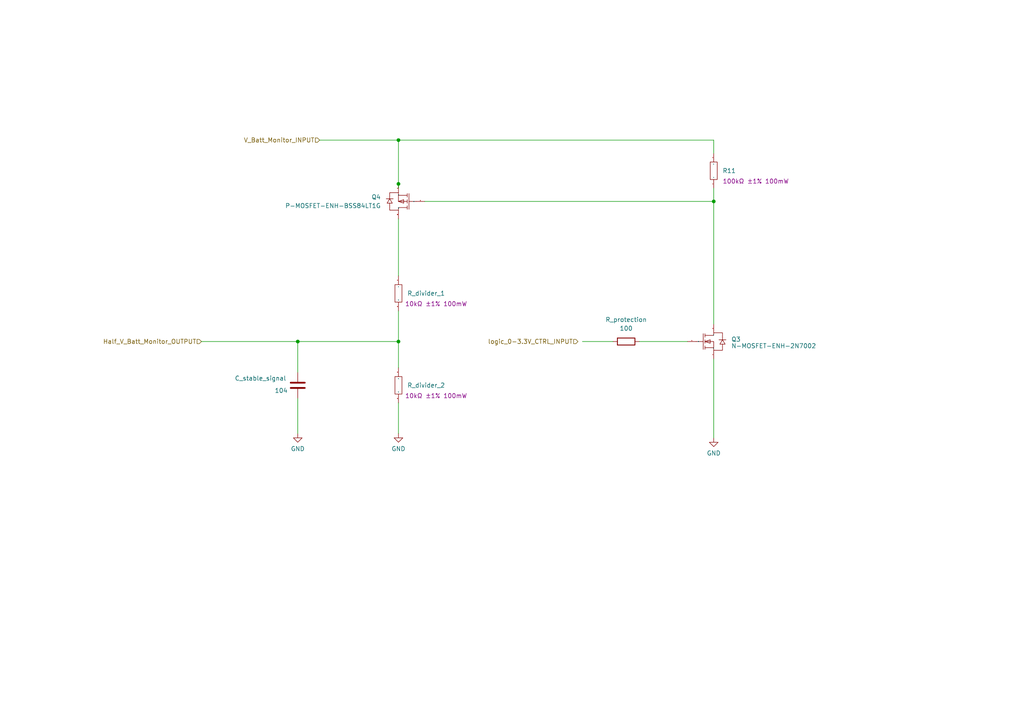
<source format=kicad_sch>
(kicad_sch (version 20250114) (generator "eeschema") (generator_version "9.0")
  (paper "A4")
  (lib_symbols
    (symbol "Device:C" (pin_numbers (hide yes)) (pin_names (offset 0.254))
      (property "Reference" "C" (at 0.635 2.54 0))
      (property "Value" "C" (at 0.635 -2.54 0))
      (symbol "C_0_1"
        (polyline (pts (xy -2.032 0.762) (xy 2.032 0.762)) (stroke (width 0.508)))
        (polyline (pts (xy -2.032 -0.762) (xy 2.032 -0.762)) (stroke (width 0.508)))
      )
      (symbol "C_1_1"
        (pin passive line (at 0 3.81 270) (length 2.794) (name "~") (number "1"))
        (pin passive line (at 0 -3.81 90) (length 2.794) (name "~") (number "2"))
      )
    )
    (symbol "Device:R" (pin_numbers (hide yes)) (pin_names (offset 0))
      (property "Reference" "R" (at 2.032 0 90))
      (property "Value" "R" (at 0 0 90))
      (symbol "R_0_1"
        (rectangle (start -1.016 -2.54) (end 1.016 2.54) (stroke (width 0.254)))
      )
      (symbol "R_1_1"
        (pin passive line (at 0 3.81 270) (length 1.27) (name "~") (number "1"))
        (pin passive line (at 0 -3.81 90) (length 1.27) (name "~") (number "2"))
      )
    )
    (symbol "My_Personal_Symbols_Library:0603WAF1002T5E"
      (symbol "0603WAF1002T5E_1_0"
        (rectangle (start -2.54 -1.016) (end 2.54 1.016))
        (pin input line (at -5.08 0 0) (length 2.54) (name "1") (number "1"))
        (pin input line (at 5.08 0 180) (length 2.54) (name "2") (number "2"))
      )
    )
    (symbol "My_Personal_Symbols_Library:0603WAF1003T5E"
      (property "Reference" "R" (at 0 2.286 0))
      (symbol "0603WAF1003T5E_1_0"
        (rectangle (start -2.54 -1.016) (end 2.54 1.016))
        (pin input line (at -5.08 0 0) (length 2.54) (name "1") (number "1"))
        (pin input line (at 5.08 0 180) (length 2.54) (name "2") (number "2"))
      )
    )
    (symbol "My_Personal_Symbols_Library:2N7002"
      (property "Reference" "Q" (at -2.286 4.826 0))
      (symbol "2N7002_1_0"
        (polyline (pts (xy -2.54 0) (xy -0.508 0)))
        (polyline (pts (xy -0.508 2.286) (xy -0.508 -2.286)))
        (polyline (pts (xy 0 2.286) (xy 0 1.27)))
        (polyline (pts (xy 0 1.778) (xy 2.54 1.778) (xy 2.54 1.778) (xy 2.54 2.54) (xy 2.54 2.54) (xy 5.08 2.54) (xy 5.08 2.54) (xy 5.08 0.508)))
        (polyline (pts (xy 0 0) (xy 1.524 -0.508) (xy 1.524 -0.508) (xy 1.524 0.508) (xy 1.524 0.508) (xy 0 0)))
        (polyline (pts (xy 0 0) (xy 2.54 0) (xy 2.54 0) (xy 2.54 -2.54) (xy 2.54 -2.54) (xy 5.08 -2.54) (xy 5.08 -2.54) (xy 5.08 -0.762)))
        (polyline (pts (xy 0 -0.508) (xy 0 0.508)))
        (polyline (pts (xy 0 -2.286) (xy 0 -1.27)))
        (polyline (pts (xy 2.54 -1.778) (xy 0 -1.778)))
        (polyline (pts (xy 5.08 0.508) (xy 4.318 -0.762) (xy 4.318 -0.762) (xy 5.842 -0.762) (xy 5.842 -0.762) (xy 5.08 0.508)))
        (polyline (pts (xy 6.096 0.508) (xy 5.588 0.508) (xy 5.588 0.508) (xy 4.572 0.508) (xy 4.572 0.508) (xy 4.064 0.508)))
        (pin unspecified line (at -5.08 0 0) (length 2.54) (name "G") (number "1"))
        (pin unspecified line (at 2.54 5.08 270) (length 2.54) (name "D") (number "3"))
        (pin unspecified line (at 2.54 -5.08 90) (length 2.54) (name "S") (number "2"))
      )
    )
    (symbol "My_Personal_Symbols_Library:BSS84LT1G"
      (property "Reference" "Q" (at -1.778 4.064 0))
      (symbol "BSS84LT1G_1_0"
        (polyline (pts (xy -2.54 0) (xy -0.508 0)))
        (polyline (pts (xy -0.508 2.286) (xy -0.508 -2.286)))
        (polyline (pts (xy 0 2.286) (xy 0 1.27)))
        (polyline (pts (xy 0 1.778) (xy 2.54 1.778) (xy 2.54 1.778) (xy 2.54 2.54) (xy 2.54 2.54) (xy 5.08 2.54) (xy 5.08 2.54) (xy 5.08 0.508)))
        (polyline (pts (xy 0 0) (xy 2.54 0) (xy 2.54 0) (xy 2.54 -2.54) (xy 2.54 -2.54) (xy 5.08 -2.54) (xy 5.08 -2.54) (xy 5.08 -0.762)))
        (polyline (pts (xy 0 -0.508) (xy 0 0.508)))
        (polyline (pts (xy 0 -2.286) (xy 0 -1.27)))
        (polyline (pts (xy 2.54 0) (xy 1.016 0.508) (xy 1.016 0.508) (xy 1.016 -0.508) (xy 1.016 -0.508) (xy 2.54 0)))
        (polyline (pts (xy 2.54 -1.778) (xy 0 -1.778)))
        (polyline (pts (xy 4.064 -0.762) (xy 4.572 -0.762) (xy 4.572 -0.762) (xy 5.588 -0.762) (xy 5.588 -0.762) (xy 6.096 -0.762)))
        (polyline (pts (xy 5.08 -0.762) (xy 5.842 0.508) (xy 5.842 0.508) (xy 4.318 0.508) (xy 4.318 0.508) (xy 5.08 -0.762)))
        (pin unspecified line (at -5.08 0 0) (length 2.54) (name "G") (number "1"))
        (pin unspecified line (at 2.54 5.08 270) (length 2.54) (name "D") (number "3"))
        (pin unspecified line (at 2.54 -5.08 90) (length 2.54) (name "S") (number "2"))
      )
    )
    (symbol "power:GND" (power) (pin_names (offset 0))
      (property "Value" "GND" (at 0 -3.81 0))
      (symbol "GND_0_1"
        (polyline (pts (xy 0 0) (xy 0 -1.27) (xy 1.27 -1.27) (xy 0 -2.54) (xy -1.27 -1.27) (xy 0 -1.27)))
      )
      (symbol "GND_1_1"
        (pin power_in line (at 0 0 270) (length 0) (hide yes) (name "GND") (number "1"))
      )
    )
  )
  (junction (at 207.01 58.42))
  (junction (at 115.57 53.34))
  (junction (at 86.36 99.06))
  (junction (at 115.57 99.06))
  (junction (at 115.57 40.64))
  (wire (pts (xy 207.01 58.42) (xy 207.01 54.61)))
  (wire (pts (xy 86.36 99.06) (xy 86.36 107.95)))
  (wire (pts (xy 185.42 99.06) (xy 199.39 99.06)))
  (wire (pts (xy 115.57 90.17) (xy 115.57 99.06)))
  (wire (pts (xy 86.36 99.06) (xy 115.57 99.06)))
  (wire (pts (xy 123.19 58.42) (xy 207.01 58.42)))
  (wire (pts (xy 207.01 104.14) (xy 207.01 127)))
  (wire (pts (xy 168.91 99.06) (xy 177.8 99.06)))
  (wire (pts (xy 115.57 63.5) (xy 115.57 80.01)))
  (wire (pts (xy 115.57 40.64) (xy 207.01 40.64)))
  (wire (pts (xy 115.57 99.06) (xy 115.57 106.68)))
  (wire (pts (xy 207.01 40.64) (xy 207.01 44.45)))
  (wire (pts (xy 86.36 115.57) (xy 86.36 125.73)))
  (wire (pts (xy 115.57 54.61) (xy 115.57 53.34)))
  (wire (pts (xy 115.57 40.64) (xy 115.57 53.34)))
  (wire (pts (xy 92.71 40.64) (xy 115.57 40.64)))
  (wire (pts (xy 115.57 116.84) (xy 115.57 125.73)))
  (wire (pts (xy 58.42 99.06) (xy 86.36 99.06)))
  (wire (pts (xy 207.01 58.42) (xy 207.01 93.98)))
  (hierarchical_label "logic_0-3.3V_CTRL_INPUT" (shape input) (at 167.64 99.06 180))
  (hierarchical_label "Half_V_Batt_Monitor_OUTPUT" (shape input) (at 58.42 99.06 180))
  (hierarchical_label "V_Batt_Monitor_INPUT" (shape input) (at 92.71 40.64 180))
  (symbol (lib_id "Device:R") (at 181.61 99.06 270) (unit 1)
    (property "Reference" "R_protection" (at 181.61 92.71 90))
    (property "Value" "100" (at 181.61 95.25 90))
    (property "Footprint" "Resistor_SMD:R_0805_2012Metric_Pad1.20x1.40mm_HandSolder" (effects (hide yes)))
    (property "REF" "C864029" (effects (hide yes)))
  )
  (symbol (lib_id "My_Personal_Symbols_Library:0603WAF1003T5E") (at 207.01 49.53 90) (unit 1)
    (property "Reference" "R11" (at 209.55 49.5299 90) (effects (justify right)))
    (property "Value" "100kΩ" (effects (hide yes)))
    (property "Footprint" "RES_100K_5_TOL_0603WAF1003T5E:R0603" (effects (hide yes)))
    (property "Datasheet" "https://atta.szlcsc.com/upload/public/pdf/source/20200306/C422600_1E6D84923E4A46A82E41ADD87F860B5C.pdf" (effects (hide yes)))
    (property "Description" "Type:Thick Film Resistors Resistance:100kΩ Tolerance:±1% Tolerance:±1% Power(Watts): Overload Voltage (Max): Temperature Coefficient:±100ppm/°C Temperature Coefficient:±100ppm/°C Operating Temperature Range:-55°C~+155°C Operating Temperature Range:-55°C~+155°C" (effects (hide yes)))
    (property "Manufacturer Part" "0603WAF1003T5E" (effects (hide yes)))
    (property "Manufacturer" "UNI-ROYAL(厚声)" (effects (hide yes)))
    (property "Supplier Part" "C25803" (effects (hide yes)))
    (property "Supplier" "LCSC" (effects (hide yes)))
    (property "LCSC Part Name" "100kΩ ±1% 100mW" (at 219.202 52.578 90))
  )
  (symbol (lib_id "power:GND") (at 115.57 125.73 0) (unit 1)
    (property "Reference" "#PWR046" (effects (hide yes)))
    (property "Value" "GND" (at 115.57 130.1734 0))
  )
  (symbol (lib_id "My_Personal_Symbols_Library:BSS84LT1G") (at 118.11 58.42 180) (unit 1)
    (property "Reference" "Q4" (at 110.49 57.1499 0) (effects (justify left)))
    (property "Value" "P-MOSFET-ENH-BSS84LT1G" (at 110.49 59.6899 0) (effects (justify left)))
    (property "Footprint" "ProLib_pcs_PMOSFET_ENH_BSS84LT1G_2025-05-22:SOT-23-3_L2.9-W1.6-P1.90-LS2.8-BR" (effects (hide yes)))
    (property "Datasheet" "https://atta.szlcsc.com/upload/public/pdf/source/20160910/1473490307635.PDF" (effects (hide yes)))
    (property "Description" "Type:1个PChannel Drain Source Voltage (Vdss): Continuous Drain Current (Id): Power Dissipation (Pd): Drain Source On Resistance (RDS(on)@Vgs,Id):10Ω@5V,100mA Gate Threshold Voltage (Vgs(th)@Id):2V@250uA Input Capacitance (Ciss@Vds):30pF@5V Operating Temper" (effects (hide yes)))
    (property "Manufacturer Part" "BSS84LT1G" (effects (hide yes)))
    (property "Manufacturer" "onsemi(安森美)" (effects (hide yes)))
    (property "Supplier Part" "C82079" (effects (hide yes)))
    (property "Supplier" "LCSC" (effects (hide yes)))
    (property "LCSC Part Name" "1个P沟道 耐压:50V 电流:130mA" (effects (hide yes)))
  )
  (symbol (lib_id "power:GND") (at 207.01 127 0) (unit 1)
    (property "Reference" "#PWR048" (effects (hide yes)))
    (property "Value" "GND" (at 207.01 131.4434 0))
  )
  (symbol (lib_id "My_Personal_Symbols_Library:0603WAF1002T5E") (at 115.57 111.76 90) (unit 1)
    (property "Reference" "R_divider_2" (at 118.11 111.7599 90) (effects (justify right)))
    (property "Value" "10kΩ" (effects (hide yes)))
    (property "Footprint" "RES_10K_1_TOL_0603WAF1002T5E:R0603" (effects (hide yes)))
    (property "Datasheet" "https://atta.szlcsc.com/upload/public/pdf/source/20200306/C422600_1E6D84923E4A46A82E41ADD87F860B5C.pdf" (effects (hide yes)))
    (property "Description" "Type:Thick Film Resistors Resistance:10kΩ Tolerance:±1% Tolerance:±1% Power(Watts): Overload Voltage (Max): Temperature Coefficient:±100ppm/°C Temperature Coefficient:±100ppm/°C Operating Temperature Range:-55°C~+155°C Operating Temperature Range:-55°C~+155°C" (effects (hide yes)))
    (property "Manufacturer Part" "0603WAF1002T5E" (effects (hide yes)))
    (property "Manufacturer" "UNI-ROYAL(厚声)" (effects (hide yes)))
    (property "Supplier Part" "C25804" (effects (hide yes)))
    (property "Supplier" "LCSC" (effects (hide yes)))
    (property "LCSC Part Name" "10kΩ ±1% 100mW" (at 126.492 114.808 90))
  )
  (symbol (lib_id "Device:C") (at 86.36 111.76 0) (unit 1)
    (property "Reference" "C_stable_signal" (at 68.072 109.728 0) (effects (justify left)))
    (property "Value" "104" (at 79.629 113.284 0) (effects (justify left)))
    (property "Footprint" "Capacitor_SMD:C_0805_2012Metric_Pad1.18x1.45mm_HandSolder" (effects (hide yes)))
    (property "REF" "C49678" (effects (hide yes)))
  )
  (symbol (lib_id "My_Personal_Symbols_Library:2N7002") (at 204.47 99.06 0) (unit 1)
    (property "Reference" "Q3" (at 212.09 98.4249 0) (effects (justify left)))
    (property "Value" "N-MOSFET-ENH-2N7002" (at 212.09 100.33 0) (effects (justify left)))
    (property "Footprint" "ProLib_pcs_NMOSFET_ENH_2N7002_2025-05-22:SOT-23-3_L2.9-W1.3-P1.90-LS2.4-BR" (effects (hide yes)))
    (property "Datasheet" "https://atta.szlcsc.com/upload/public/pdf/source/20171228/C164913_15144413269051213916.pdf" (effects (hide yes)))
    (property "Description" "Type:1 N-Channel Drain Source Voltage (Vdss): Continuous Drain Current (Id): Drain Source On Resistance (RDS(on)@Vgs,Id):5Ω@10V Power Dissipation (Pd):225mW Gate Threshold Voltage (Vgs(th)@Id):2.5V@250uA Input Capacitance (Ciss@Vds):50pF Reverse Transfer" (effects (hide yes)))
    (property "Manufacturer Part" "2N7002" (effects (hide yes)))
    (property "Manufacturer" "CJ(江苏长电/长晶)" (effects (hide yes)))
    (property "Supplier Part" "C8545" (effects (hide yes)))
    (property "Supplier" "LCSC" (effects (hide yes)))
    (property "LCSC Part Name" "1个N沟道 耐压:60V 电流:115mA" (effects (hide yes)))
  )
  (symbol (lib_id "power:GND") (at 86.36 125.73 0) (unit 1)
    (property "Reference" "#PWR047" (effects (hide yes)))
    (property "Value" "GND" (at 86.36 130.1734 0))
  )
  (symbol (lib_id "My_Personal_Symbols_Library:0603WAF1002T5E") (at 115.57 85.09 90) (unit 1)
    (property "Reference" "R_divider_1" (at 118.11 85.0899 90) (effects (justify right)))
    (property "Value" "10kΩ" (effects (hide yes)))
    (property "Footprint" "RES_10K_1_TOL_0603WAF1002T5E:R0603" (effects (hide yes)))
    (property "Datasheet" "https://atta.szlcsc.com/upload/public/pdf/source/20200306/C422600_1E6D84923E4A46A82E41ADD87F860B5C.pdf" (effects (hide yes)))
    (property "Description" "Type:Thick Film Resistors Resistance:10kΩ Tolerance:±1% Tolerance:±1% Power(Watts): Overload Voltage (Max): Temperature Coefficient:±100ppm/°C Temperature Coefficient:±100ppm/°C Operating Temperature Range:-55°C~+155°C Operating Temperature Range:-55°C~+155°C" (effects (hide yes)))
    (property "Manufacturer Part" "0603WAF1002T5E" (effects (hide yes)))
    (property "Manufacturer" "UNI-ROYAL(厚声)" (effects (hide yes)))
    (property "Supplier Part" "C25804" (effects (hide yes)))
    (property "Supplier" "LCSC" (effects (hide yes)))
    (property "LCSC Part Name" "10kΩ ±1% 100mW" (at 126.492 88.138 90))
  )
)
</source>
